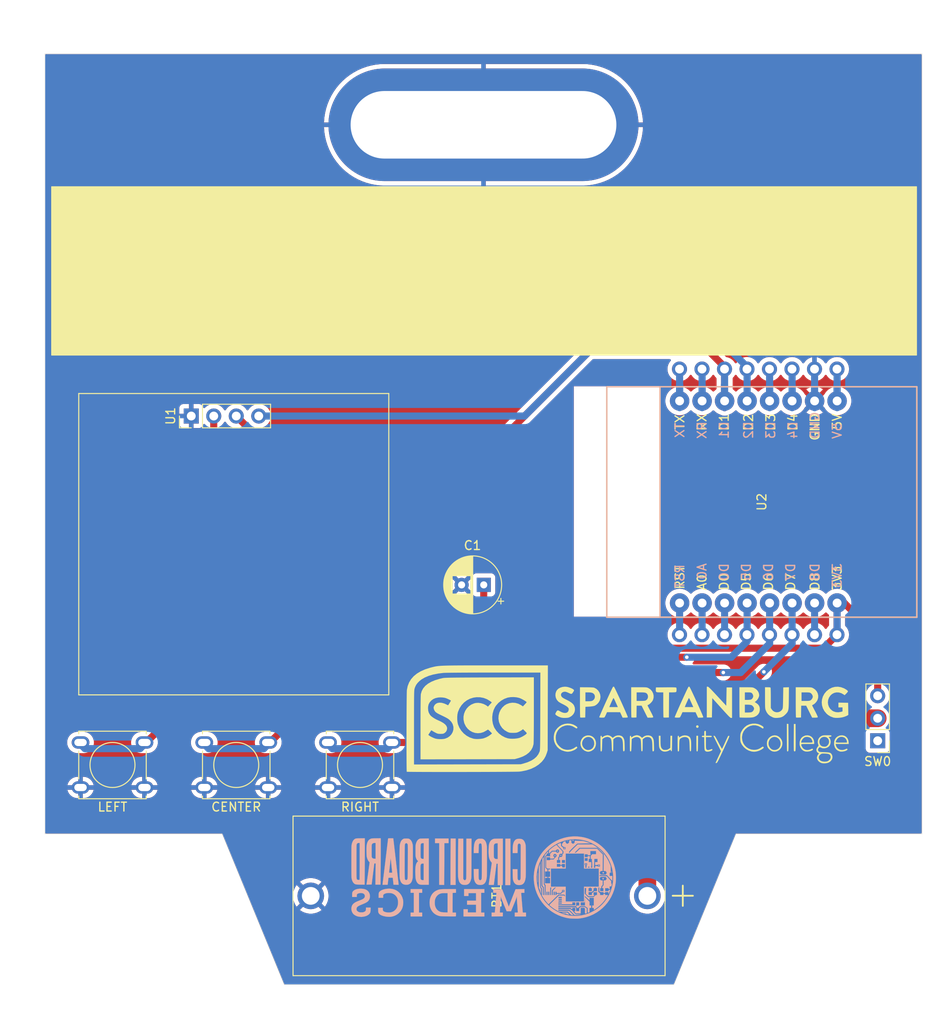
<source format=kicad_pcb>
(kicad_pcb (version 20221018) (generator pcbnew)
  (title_block (title "BSides Conference Badge") (date "2020-01-22") (rev "0.1") (company "Circuit Board Medics LLC") (comment 1 "Design by Patrick Frost and Jeremy Biller"))
  (layers (0 "F.Cu" signal) (31 "B.Cu" signal) (34 "B.Paste" user) (35 "F.Paste" user) (36 "B.SilkS" user "B.Silkscreen") (37 "F.SilkS" user "F.Silkscreen") (38 "B.Mask" user) (39 "F.Mask" user) (44 "Edge.Cuts" user))
  (net 0 "")
  (net 1 "GND")
  (net 2 "VCC")
  (net 3 "Net-(SW1-Pad1)")
  (net 4 "Net-(SW2-Pad1)")
  (net 5 "Net-(SW3-Pad1)")
  (net 6 "Net-(U1-Pad3)")
  (net 7 "Net-(U1-Pad4)")
  (net 8 "Net-(U2-Pad1)")
  (net 9 "Net-(U2-Pad4)")
  (net 10 "Net-(U2-Pad7)")
  (net 11 "Net-(U2-Pad8)")
  (net 12 "Net-(U2-Pad15)")
  (net 13 "Net-(U2-Pad11)")
  (net 14 "Net-(U2-Pad10)")
  (net 15 "Net-(U2-Pad9)")
  (net 16 "Net-(BT1-Pad1)")
  (net 17 "Net-(SW0-Pad1)")
  (net 18 "Net-(U2-Pad3)")
  (footprint "foot:SW_Tactile_Straight_KSA0Axx1LFTR" (layer "F.Cu") (at 43.75 89.69)
    (fp_text reference "SW1" hide)
    (fp_text value "RIGHT" (at 3.81 7.28) (layer "F.SilkS"))
    (pad "1" thru_hole oval (at 0.2 0) (size 2 1.397) (drill oval 1.4 0.8128) (layers "*.Cu" "*.Mask") (net 3 "Net-(SW1-Pad1)"))
    (pad "1" thru_hole oval (at 7.42 0) (size 2 1.397) (drill oval 1.4 0.8128) (layers "*.Cu" "*.Mask") (net 3 "Net-(SW1-Pad1)"))
    (pad "2" thru_hole oval (at 0.2 5.08) (size 2 1.397) (drill oval 1.4 0.8128) (layers "*.Cu" "*.Mask") (net 1 "GND"))
    (pad "2" thru_hole oval (at 7.42 5.08) (size 2 1.397) (drill oval 1.4 0.8128) (layers "*.Cu" "*.Mask") (net 1 "GND"))
  )
  (footprint "foot:SW_Tactile_Straight_KSA0Axx1LFTR" (layer "F.Cu") (at 15.81 89.69)
    (fp_text reference "SW3" hide)
    (fp_text value "LEFT" (at 3.81 7.28) (layer "F.SilkS"))
    (pad "1" thru_hole oval (at 0.2 0) (size 2 1.397) (drill oval 1.4 0.8128) (layers "*.Cu" "*.Mask") (net 5 "Net-(SW3-Pad1)"))
    (pad "1" thru_hole oval (at 7.42 0) (size 2 1.397) (drill oval 1.4 0.8128) (layers "*.Cu" "*.Mask") (net 5 "Net-(SW3-Pad1)"))
    (pad "2" thru_hole oval (at 0.2 5.08) (size 2 1.397) (drill oval 1.4 0.8128) (layers "*.Cu" "*.Mask") (net 1 "GND"))
    (pad "2" thru_hole oval (at 7.42 5.08) (size 2 1.397) (drill oval 1.4 0.8128) (layers "*.Cu" "*.Mask") (net 1 "GND"))
  )
  (footprint "MountingHole:MountingHole_5mm_Pad" (layer "F.Cu") (at 61.5 20)
    (fp_text reference "REF**" hide)
    (fp_text value "MountingHole_5mm_Pad" hide)
    (pad "1" thru_hole oval (at 0 0) (size 35 12.7) (drill oval 30 7.62) (layers "*.Cu" "*.Mask") (net 1 "GND"))
  )
  (footprint "foot:SW_Tactile_Straight_KSA0Axx1LFTR" (layer "F.Cu") (at 29.78 89.69)
    (fp_text reference "SW2" hide)
    (fp_text value "CENTER" (at 3.81 7.28) (layer "F.SilkS"))
    (pad "1" thru_hole oval (at 0.2 0) (size 2 1.397) (drill oval 1.4 0.8128) (layers "*.Cu" "*.Mask") (net 4 "Net-(SW2-Pad1)"))
    (pad "1" thru_hole oval (at 7.42 0) (size 2 1.397) (drill oval 1.4 0.8128) (layers "*.Cu" "*.Mask") (net 4 "Net-(SW2-Pad1)"))
    (pad "2" thru_hole oval (at 0.2 5.08) (size 2 1.397) (drill oval 1.4 0.8128) (layers "*.Cu" "*.Mask") (net 1 "GND"))
    (pad "2" thru_hole oval (at 7.42 5.08) (size 2 1.397) (drill oval 1.4 0.8128) (layers "*.Cu" "*.Mask") (net 1 "GND"))
  )
  (footprint "foot:WeMosD1Mini" (layer "F.Cu") (at 75.42 49.558 -90)
    (fp_text reference "U2" (at 13 -17.5 90) (layer "F.SilkS"))
    (fp_text value "WeMosD1Mini")
    (fp_text user "TX" (at 4.897619 -8.25 -270) (layer "B.SilkS") (effects (justify mirror)))
    (fp_text user "D5" (at 20.9 -15.75 -270) (layer "B.SilkS") (effects (justify mirror)))
    (fp_text user "GND" (at 4.35 -23.5 -270) (layer "B.SilkS") (effects (justify mirror)))
    (fp_text user "D8" (at 20.9 -23.5 -270) (layer "B.SilkS") (effects (justify mirror)))
    (fp_text user "D4" (at 4.897619 -21 -270) (layer "B.SilkS") (effects (justify mirror)))
    (fp_text user "A0" (at 20.828571 -10.75 -270) (layer "B.SilkS") (effects (justify mirror)))
    (fp_text user "5V" (at 4.969047 -26 -270) (layer "B.SilkS") (effects (justify mirror)))
    (fp_text user "D0" (at 20.9 -13.25 -270) (layer "B.SilkS") (effects (justify mirror)))
    (fp_text user "D1" (at 4.897619 -13.25 -270) (layer "B.SilkS") (effects (justify mirror)))
    (fp_text user "D6" (at 20.9 -18.25 -270) (layer "B.SilkS") (effects (justify mirror)))
    (fp_text user "D2" (at 4.897619 -16 -270) (layer "B.SilkS") (effects (justify mirror)))
    (fp_text user "RST" (at 21.4 -8.25 -270) (layer "B.SilkS") (effects (justify mirror)))
    (fp_text user "D7" (at 20.9 -20.75 -270) (layer "B.SilkS") (effects (justify mirror)))
    (fp_text user "D3" (at 4.897619 -18.5 -270) (layer "B.SilkS") (effects (justify mirror)))
    (fp_text user "3V3" (at 21.304762 -26 -270) (layer "B.SilkS") (effects (justify mirror)))
    (fp_text user "RX" (at 4.897619 -10.75 -270) (layer "B.SilkS") (effects (justify mirror)))
    (fp_text user "A0" (at 22.071429 -10.75 90) (layer "F.SilkS"))
    (fp_text user "D4" (at 4 -21 90) (layer "F.SilkS"))
    (fp_text user "D7" (at 22 -20.75 90) (layer "F.SilkS"))
    (fp_text user "D5" (at 22 -15.75 90) (layer "F.SilkS"))
    (fp_text user "3V3" (at 21.595238 -26 90) (layer "F.SilkS"))
    (fp_text user "D8" (at 22 -23.5 90) (layer "F.SilkS"))
    (fp_text user "RST" (at 21.5 -8.25 90) (layer "F.SilkS"))
    (fp_text user "TX" (at 4 -8.25 90) (layer "F.SilkS"))
    (fp_text user "D3" (at 4 -18.5 90) (layer "F.SilkS"))
    (fp_text user "D2" (at 4 -16 90) (layer "F.SilkS"))
    (fp_text user "D1" (at 4 -13.25 90) (layer "F.SilkS"))
    (fp_text user "RX" (at 4 -10.75 90) (layer "F.SilkS"))
    (fp_text user "D0" (at 22 -13.25 90) (layer "F.SilkS"))
    (fp_text user "GND" (at 4.547619 -23.5 90) (layer "F.SilkS"))
    (fp_text user "D6" (at 22 -18.25 90) (layer "F.SilkS"))
    (fp_text user "5V" (at 3.928572 -26 90) (layer "F.SilkS"))
    (pad "1" thru_hole circle (at 1.6 -26 270) (size 2.2 2.2) (drill 1) (layers "*.Cu" "*.Mask") (net 8 "Net-(U2-Pad1)"))
    (pad "2" thru_hole circle (at 1.6 -23.46 270) (size 2.2 2.2) (drill 1) (layers "*.Cu" "*.Mask") (net 1 "GND"))
    (pad "3" thru_hole circle (at 1.6 -20.92 270) (size 2.2 2.2) (drill 1) (layers "*.Cu" "*.Mask") (net 18 "Net-(U2-Pad3)"))
    (pad "4" thru_hole circle (at 1.6 -18.38 270) (size 2.2 2.2) (drill 1) (layers "*.Cu" "*.Mask") (net 9 "Net-(U2-Pad4)"))
    (pad "5" thru_hole circle (at 1.6 -15.84 270) (size 2.2 2.2) (drill 1) (layers "*.Cu" "*.Mask") (net 7 "Net-(U1-Pad4)"))
    (pad "6" thru_hole circle (at 1.6 -13.3 270) (size 2.2 2.2) (drill 1) (layers "*.Cu" "*.Mask") (net 6 "Net-(U1-Pad3)"))
    (pad "7" thru_hole circle (at 1.6 -10.76 270) (size 2.2 2.2) (drill 1) (layers "*.Cu" "*.Mask") (net 10 "Net-(U2-Pad7)"))
    (pad "8" thru_hole circle (at 1.6 -8.22 270) (size 2.2 2.2) (drill 1) (layers "*.Cu" "*.Mask") (net 11 "Net-(U2-Pad8)"))
    (pad "9" thru_hole circle (at 24.4 -8.22 270) (size 2.2 2.2) (drill 1) (layers "*.Cu" "*.Mask") (net 15 "Net-(U2-Pad9)"))
    (pad "10" thru_hole circle (at 24.4 -10.76 270) (size 2.2 2.2) (drill 1) (layers "*.Cu" "*.Mask") (net 14 "Net-(U2-Pad10)"))
    (pad "11" thru_hole circle (at 24.4 -13.3 270) (size 2.2 2.2) (drill 1) (layers "*.Cu" "*.Mask") (net 13 "Net-(U2-Pad11)"))
    (pad "12" thru_hole circle (at 24.4 -15.84 270) (size 2.2 2.2) (drill 1) (layers "*.Cu" "*.Mask") (net 5 "Net-(SW3-Pad1)"))
    (pad "13" thru_hole circle (at 24.4 -18.38 270) (size 2.2 2.2) (drill 1) (layers "*.Cu" "*.Mask") (net 4 "Net-(SW2-Pad1)"))
    (pad "14" thru_hole circle (at 24.4 -20.92 270) (size 2.2 2.2) (drill 1) (layers "*.Cu" "*.Mask") (net 3 "Net-(SW1-Pad1)"))
    (pad "15" thru_hole circle (at 24.4 -23.46 270) (size 2.2 2.2) (drill 1) (layers "*.Cu" "*.Mask") (net 12 "Net-(U2-Pad15)"))
    (pad "16" thru_hole circle (at 24.4 -26 270) (size 2.2 2.2) (drill 1) (layers "*.Cu" "*.Mask") (net 2 "VCC"))
  )
  (footprint "Connector_PinHeader_2.54mm:PinHeader_1x04_P2.54mm_Vertical" (layer "F.Cu") (at 28.51 52.86 90)
    (fp_text reference "U1" (at 0 -2.33 90) (layer "F.SilkS"))
    (fp_text value "OLED")
    (pad "1" thru_hole rect (at 0 0 90) (size 1.7 1.7) (drill 1) (layers "*.Cu" "*.Mask") (net 1 "GND"))
    (pad "2" thru_hole oval (at 0 2.54 90) (size 1.7 1.7) (drill 1) (layers "*.Cu" "*.Mask") (net 2 "VCC"))
    (pad "3" thru_hole oval (at 0 5.08 90) (size 1.7 1.7) (drill 1) (layers "*.Cu" "*.Mask") (net 6 "Net-(U1-Pad3)"))
    (pad "4" thru_hole oval (at 0 7.62 90) (size 1.7 1.7) (drill 1) (layers "*.Cu" "*.Mask") (net 7 "Net-(U1-Pad4)"))
  )
  (footprint "Connector_PinHeader_2.54mm:PinHeader_1x03_P2.54mm_Vertical" (layer "F.Cu") (at 106 89.5 180)
    (fp_text reference "SW0" (at 0 -2.33) (layer "F.SilkS"))
    (fp_text value "SW_SPDT")
    (pad "1" thru_hole rect (at 0 0 180) (size 1.7 1.7) (drill 1) (layers "*.Cu" "*.Mask") (net 17 "Net-(SW0-Pad1)"))
    (pad "2" thru_hole oval (at 0 2.54 180) (size 1.7 1.7) (drill 1) (layers "*.Cu" "*.Mask") (net 16 "Net-(BT1-Pad1)"))
    (pad "3" thru_hole oval (at 0 5.08 180) (size 1.7 1.7) (drill 1) (layers "*.Cu" "*.Mask") (net 2 "VCC"))
  )
  (footprint "foot:CR123A" (layer "F.Cu") (at 61 107 -90)
    (fp_text reference "BT1" (at 0 -2 90) (layer "F.SilkS"))
    (fp_text value "Battery_Cell")
    (pad "1" thru_hole circle (at 0 -19 270) (size 3 3) (drill 2) (layers "*.Cu" "*.Mask") (net 16 "Net-(BT1-Pad1)"))
    (pad "2" thru_hole circle (at 0 19 270) (size 3 3) (drill 2) (layers "*.Cu" "*.Mask") (net 1 "GND"))
  )
  (footprint "Capacitor_THT:CP_Radial_D6.3mm_P2.50mm" (layer "F.Cu") (at 61.53 71.91 180)
    (fp_text reference "C1" (at 1.27 4.445) (layer "F.SilkS"))
    (fp_text value "CP_Radial_D6.3mm_P2.50mm")
    (pad "1" thru_hole rect (at 0 0 180) (size 1.6 1.6) (drill 0.8) (layers "*.Cu" "*.Mask") (net 2 "VCC"))
    (pad "2" thru_hole circle (at 2.5 0 180) (size 1.6 1.6) (drill 0.8) (layers "*.Cu" "*.Mask") (net 1 "GND"))
  )
  (footprint "Connector_PinHeader_2.54mm:PinHeader_1x08_P2.54mm_Vertical" (layer "F.Cu") (at 83.628 47.56 90)
    (fp_text reference "REF**" hide)
    (fp_text value "PinHeader_1x08_P2.54mm_Vertical")
    (pad "1" thru_hole circle (at 0 0 90) (size 1.7 1.7) (drill 1) (layers "*.Cu" "*.Mask") (net 11 "Net-(U2-Pad8)"))
    (pad "2" thru_hole oval (at 0 2.54 90) (size 1.7 1.7) (drill 1) (layers "*.Cu" "*.Mask") (net 10 "Net-(U2-Pad7)"))
    (pad "3" thru_hole oval (at 0 5.08 90) (size 1.7 1.7) (drill 1) (layers "*.Cu" "*.Mask") (net 6 "Net-(U1-Pad3)"))
    (pad "4" thru_hole oval (at 0 7.62 90) (size 1.7 1.7) (drill 1) (layers "*.Cu" "*.Mask") (net 7 "Net-(U1-Pad4)"))
    (pad "5" thru_hole oval (at 0 10.16 90) (size 1.7 1.7) (drill 1) (layers "*.Cu" "*.Mask") (net 9 "Net-(U2-Pad4)"))
    (pad "6" thru_hole oval (at 0 12.7 90) (size 1.7 1.7) (drill 1) (layers "*.Cu" "*.Mask") (net 18 "Net-(U2-Pad3)"))
    (pad "7" thru_hole oval (at 0 15.24 90) (size 1.7 1.7) (drill 1) (layers "*.Cu" "*.Mask") (net 1 "GND"))
    (pad "8" thru_hole oval (at 0 17.78 90) (size 1.7 1.7) (drill 1) (layers "*.Cu" "*.Mask") (net 8 "Net-(U2-Pad1)"))
  )
  (footprint "Connector_PinHeader_2.54mm:PinHeader_1x08_P2.54mm_Vertical" (layer "F.Cu") (at 83.628 77.532 90)
    (fp_text reference "REF**" hide)
    (fp_text value "PinHeader_1x08_P2.54mm_Vertical")
    (pad "1" thru_hole circle (at 0 0 90) (size 1.7 1.7) (drill 1) (layers "*.Cu" "*.Mask") (net 15 "Net-(U2-Pad9)"))
    (pad "2" thru_hole oval (at 0 2.54 90) (size 1.7 1.7) (drill 1) (layers "*.Cu" "*.Mask") (net 14 "Net-(U2-Pad10)"))
    (pad "3" thru_hole oval (at 0 5.08 90) (size 1.7 1.7) (drill 1) (layers "*.Cu" "*.Mask") (net 13 "Net-(U2-Pad11)"))
    (pad "4" thru_hole oval (at 0 7.62 90) (size 1.7 1.7) (drill 1) (layers "*.Cu" "*.Mask") (net 5 "Net-(SW3-Pad1)"))
    (pad "5" thru_hole oval (at 0 10.16 90) (size 1.7 1.7) (drill 1) (layers "*.Cu" "*.Mask") (net 4 "Net-(SW2-Pad1)"))
    (pad "6" thru_hole oval (at 0 12.7 90) (size 1.7 1.7) (drill 1) (layers "*.Cu" "*.Mask") (net 3 "Net-(SW1-Pad1)"))
    (pad "7" thru_hole oval (at 0 15.24 90) (size 1.7 1.7) (drill 1) (layers "*.Cu" "*.Mask") (net 12 "Net-(U2-Pad15)"))
    (pad "8" thru_hole oval (at 0 17.78 90) (size 1.7 1.7) (drill 1) (layers "*.Cu" "*.Mask") (net 2 "VCC"))
  )
  (footprint "LOGO" (layer "F.Cu") (at 77.7098 86.93)
    (fp_text reference "G***" hide)
    (fp_text value "LOGO" hide)
  )
  (footprint "foot:CBM-logo-text" (layer "B.Cu") (at 61.53 104.93 180)
    (fp_text reference "G***" hide)
    (fp_text value "LOGO" hide)
  )
  (gr_line (start 15.81 50.32) (end 15.81 84.32) (stroke (width 0.12)) (layer "F.SilkS"))
  (gr_line (start 15.81 84.32) (end 50.81 84.32) (stroke (width 0.12)) (layer "F.SilkS"))
  (gr_line (start 50.81 50.32) (end 50.81 84.32) (stroke (width 0.12)) (layer "F.SilkS"))
  (gr_poly (pts (xy 110.385 45.986) (xy 12.75 45.986) (xy 12.75 26.986) (xy 110.385 26.986)) (stroke (width 0.1)) (fill solid) (layer "F.SilkS"))
  (gr_line (start 15.81 50.32) (end 50.81 50.32) (stroke (width 0.12)) (layer "F.SilkS"))
  (gr_line (start 111 12) (end 12 12) (stroke (width 0.05)) (layer "Edge.Cuts"))
  (gr_line (start 32 100) (end 12 100) (stroke (width 0.05)) (layer "Edge.Cuts"))
  (gr_line (start 111 100) (end 90 100) (stroke (width 0.05)) (layer "Edge.Cuts"))
  (gr_line (start 83 117) (end 39 117) (stroke (width 0.05)) (layer "Edge.Cuts"))
  (gr_line (start 12 12) (end 12 100) (stroke (width 0.05)) (layer "Edge.Cuts"))
  (gr_line (start 39 117) (end 32 100) (stroke (width 0.05)) (layer "Edge.Cuts"))
  (gr_line (start 111 100) (end 111 12) (stroke (width 0.05)) (layer "Edge.Cuts"))
  (gr_line (start 83 117) (end 90 100) (stroke (width 0.05)) (layer "Edge.Cuts"))
  (gr_text "+" (at 84 106.75) (layer "F.SilkS") (effects (font (size 3 3) (thickness 0.2))))
  (segment (start 98.88 47.572) (end 98.868 47.56) (width 0.8) (layer "B.Cu") (net 1))
  (segment (start 98.88 51.92) (end 98.88 49.35) (width 0.8) (layer "B.Cu") (net 1))
  (segment (start 98.88 51.158) (end 98.88 47.572) (width 0.8) (layer "B.Cu") (net 1))
  (segment (start 98.88 49.35) (end 98.868 49.338) (width 0.8) (layer "B.Cu") (net 1))
  (segment (start 102.2282 73.958) (end 106 77.7298) (width 0.8) (layer "F.Cu") (net 2))
  (segment (start 101.42 77.52) (end 101.42 73.958) (width 0.8) (layer "F.Cu") (net 2))
  (segment (start 31.05 57.05) (end 31.05 52.86) (width 0.8) (layer "F.Cu") (net 2))
  (segment (start 52 78) (end 31.05 57.05) (width 0.8) (layer "F.Cu") (net 2))
  (segment (start 61.53 71.91) (end 61.53 77.74) (width 0.8) (layer "F.Cu") (net 2))
  (segment (start 61.79 78) (end 52 78) (width 0.8) (layer "F.Cu") (net 2))
  (segment (start 61.79 78) (end 62.846 79.056) (width 0.8) (layer "F.Cu") (net 2))
  (segment (start 106 77.7298) (end 106 84.42) (width 0.8) (layer "F.Cu") (net 2))
  (segment (start 99.884 79.056) (end 101.42 77.52) (width 0.8) (layer "F.Cu") (net 2))
  (segment (start 62.846 79.056) (end 99.884 79.056) (width 0.8) (layer "F.Cu") (net 2))
  (segment (start 101.42 73.958) (end 102.2282 73.958) (width 0.8) (layer "F.Cu") (net 2))
  (segment (start 61.53 77.74) (end 61.79 78) (width 0.8) (layer "F.Cu") (net 2))
  (segment (start 101.42 74.72) (end 101.42 77.52) (width 0.8) (layer "B.Cu") (net 2))
  (segment (start 101.42 77.52) (end 101.408 77.532) (width 0.8) (layer "B.Cu") (net 2))
  (segment (start 93.153 81.723) (end 85.186 89.69) (width 0.8) (layer "F.Cu") (net 3))
  (segment (start 85.186 89.69) (end 51.37 89.69) (width 0.8) (layer "F.Cu") (net 3))
  (via (at 93.153 81.723) (size 0.8) (drill 0.4) (layers "F.Cu" "B.Cu") (net 3))
  (segment (start 96.34 78.536) (end 96.34 74.72) (width 0.8) (layer "B.Cu") (net 3))
  (segment (start 44.448499 90.388499) (end 50.671501 90.388499) (width 0.8) (layer "B.Cu") (net 3))
  (segment (start 93.153 81.723) (end 96.34 78.536) (width 0.8) (layer "B.Cu") (net 3))
  (segment (start 43.75 89.69) (end 44.448499 90.388499) (width 0.8) (layer "B.Cu") (net 3))
  (segment (start 50.671501 90.388499) (end 51.37 89.69) (width 0.8) (layer "B.Cu") (net 3))
  (segment (start 45.2905 81.7995) (end 88.573716 81.7995) (width 0.8) (layer "F.Cu") (net 4))
  (segment (start 37.4 89.69) (end 45.2905 81.7995) (width 0.8) (layer "F.Cu") (net 4))
  (via (at 88.573716 81.7995) (size 0.8) (drill 0.4) (layers "F.Cu" "B.Cu") (net 4))
  (segment (start 93.8 74.72) (end 93.8 78.536) (width 0.8) (layer "B.Cu") (net 4))
  (segment (start 30.478499 90.388499) (end 36.701501 90.388499) (width 0.8) (layer "B.Cu") (net 4))
  (segment (start 29.78 89.69) (end 30.478499 90.388499) (width 0.8) (layer "B.Cu") (net 4))
  (segment (start 90.5365 81.7995) (end 88.573716 81.7995) (width 0.8) (layer "B.Cu") (net 4))
  (segment (start 36.701501 90.388499) (end 37.4 89.69) (width 0.8) (layer "B.Cu") (net 4))
  (segment (start 93.8 78.536) (end 90.5365 81.7995) (width 0.8) (layer "B.Cu") (net 4))
  (segment (start 84.452002 80.072) (end 33.048 80.072) (width 0.8) (layer "F.Cu") (net 5))
  (segment (start 33.048 80.072) (end 23.43 89.69) (width 0.8) (layer "F.Cu") (net 5))
  (via (at 84.452002 80.072) (size 0.8) (drill 0.4) (layers "F.Cu" "B.Cu") (net 5))
  (segment (start 15.81 89.69) (end 16.508499 90.388499) (width 0.8) (layer "B.Cu") (net 5))
  (segment (start 84.452002 80.072) (end 89.47 80.072) (width 0.8) (layer "B.Cu") (net 5))
  (segment (start 16.508499 90.388499) (end 22.731501 90.388499) (width 0.8) (layer "B.Cu") (net 5))
  (segment (start 89.47 80.072) (end 91.26 78.282) (width 0.8) (layer "B.Cu") (net 5))
  (segment (start 91.26 78.282) (end 91.26 74.72) (width 0.8) (layer "B.Cu") (net 5))
  (segment (start 22.731501 90.388499) (end 23.43 89.69) (width 0.8) (layer "B.Cu") (net 5))
  (segment (start 86.93 45.528) (end 88.72 47.318) (width 0.8) (layer "F.Cu") (net 6))
  (segment (start 88.72 47.318) (end 88.72 51.92) (width 0.8) (layer "F.Cu") (net 6))
  (segment (start 37.73 57) (end 62 57) (width 0.8) (layer "F.Cu") (net 6))
  (segment (start 62 57) (end 73.472 45.528) (width 0.8) (layer "F.Cu") (net 6))
  (segment (start 33.59 52.86) (end 37.73 57) (width 0.8) (layer "F.Cu") (net 6))
  (segment (start 73.472 45.528) (end 86.93 45.528) (width 0.8) (layer "F.Cu") (net 6))
  (segment (start 88.72 49.35) (end 88.708 49.338) (width 0.8) (layer "B.Cu") (net 6))
  (segment (start 88.72 51.158) (end 88.72 47.572) (width 0.8) (layer "B.Cu") (net 6))
  (segment (start 88.72 47.572) (end 88.708 47.56) (width 0.8) (layer "B.Cu") (net 6))
  (segment (start 88.72 51.92) (end 88.72 49.35) (width 0.8) (layer "B.Cu") (net 6))
  (segment (start 73.472 45.528) (end 89.47 45.528) (width 0.8) (layer "B.Cu") (net 7))
  (segment (start 89.47 45.528) (end 91.26 47.318) (width 0.8) (layer "B.Cu") (net 7))
  (segment (start 91.26 47.318) (end 91.26 51.92) (width 0.8) (layer "B.Cu") (net 7))
  (segment (start 66.14 52.86) (end 73.472 45.528) (width 0.8) (layer "B.Cu") (net 7))
  (segment (start 36.13 52.86) (end 66.14 52.86) (width 0.8) (layer "B.Cu") (net 7))
  (segment (start 101.42 47.572) (end 101.408 47.56) (width 0.8) (layer "B.Cu") (net 8))
  (segment (start 101.42 51.92) (end 101.42 49.35) (width 0.8) (layer "B.Cu") (net 8))
  (segment (start 101.42 51.158) (end 101.42 47.572) (width 0.8) (layer "B.Cu") (net 8))
  (segment (start 101.42 49.35) (end 101.408 49.338) (width 0.8) (layer "B.Cu") (net 8))
  (segment (start 93.8 49.35) (end 93.788 49.338) (width 0.8) (layer "B.Cu") (net 9))
  (segment (start 93.8 51.158) (end 93.8 47.572) (width 0.8) (layer "B.Cu") (net 9))
  (segment (start 93.8 51.92) (end 93.8 49.35) (width 0.8) (layer "B.Cu") (net 9))
  (segment (start 93.8 47.572) (end 93.788 47.56) (width 0.8) (layer "B.Cu") (net 9))
  (segment (start 86.18 47.572) (end 86.168 47.56) (width 0.8) (layer "B.Cu") (net 10))
  (segment (start 86.18 51.92) (end 86.18 49.35) (width 0.8) (layer "B.Cu") (net 10))
  (segment (start 86.18 51.158) (end 86.18 47.572) (width 0.8) (layer "B.Cu") (net 10))
  (segment (start 86.18 49.35) (end 86.168 49.338) (width 0.8) (layer "B.Cu") (net 10))
  (segment (start 83.64 51.92) (end 83.64 49.35) (width 0.8) (layer "B.Cu") (net 11))
  (segment (start 83.64 49.35) (end 83.628 49.338) (width 0.8) (layer "B.Cu") (net 11))
  (segment (start 83.64 51.158) (end 83.64 47.572) (width 0.8) (layer "B.Cu") (net 11))
  (segment (start 83.64 47.572) (end 83.628 47.56) (width 0.8) (layer "B.Cu") (net 11))
  (segment (start 98.88 74.72) (end 98.88 77.52) (width 0.8) (layer "B.Cu") (net 12))
  (segment (start 98.88 77.52) (end 98.868 77.532) (width 0.8) (layer "B.Cu") (net 12))
  (segment (start 88.72 77.52) (end 88.708 77.532) (width 0.8) (layer "B.Cu") (net 13))
  (segment (start 88.72 74.72) (end 88.72 77.52) (width 0.8) (layer "B.Cu") (net 13))
  (segment (start 86.18 74.72) (end 86.18 77.52) (width 0.8) (layer "B.Cu") (net 14))
  (segment (start 86.18 77.52) (end 86.168 77.532) (width 0.8) (layer "B.Cu") (net 14))
  (segment (start 83.64 74.72) (end 83.64 77.52) (width 0.8) (layer "B.Cu") (net 15))
  (segment (start 83.64 77.52) (end 83.628 77.532) (width 0.8) (layer "B.Cu") (net 15))
  (segment (start 80 101.7) (end 94.74 86.96) (width 2) (layer "F.Cu") (net 16))
  (segment (start 94.74 86.96) (end 106 86.96) (width 2) (layer "F.Cu") (net 16))
  (segment (start 80 107) (end 80 101.7) (width 2) (layer "F.Cu") (net 16))
  (segment (start 96.34 49.35) (end 96.328 49.338) (width 0.8) (layer "B.Cu") (net 18))
  (segment (start 96.34 51.158) (end 96.34 47.572) (width 0.8) (layer "B.Cu") (net 18))
  (segment (start 96.34 47.572) (end 96.328 47.56) (width 0.8) (layer "B.Cu") (net 18))
  (segment (start 96.34 51.92) (end 96.34 49.35) (width 0.8) (layer "B.Cu") (net 18))
  (zone (net 1) (net_name "GND") (layer "F.Cu") (connect_pads (clearance 0.508)) (min_thickness 0.254) (fill yes (thermal_gap 0.508) (thermal_bridge_width 0.508))
    (polygon (pts (xy 113.6 121.44) (xy 6.92 121.44) (xy 6.92 5.92) (xy 113.6 5.92)))
  )
  (zone (net 0) (net_name "") (layers "F&B.Cu") (connect_pads (clearance 0)) (min_thickness 0.254)
    (keepout (tracks not_allowed) (vias not_allowed) (pads allowed) (copperpour not_allowed) (footprints allowed))
    (fill (thermal_gap 0.508) (thermal_bridge_width 0.508))
    (polygon (pts (xy 81.5 75.5) (xy 71.69 75.5) (xy 71.69 49.5) (xy 81.5 49.5)))
  )
  (zone (net 1) (net_name "GND") (layer "B.Cu") (connect_pads (clearance 0.508)) (min_thickness 0.254) (fill yes (thermal_gap 0.508) (thermal_bridge_width 0.508))
    (polygon (pts (xy 113.6 121.44) (xy 6.92 121.44) (xy 6.92 5.92) (xy 113.6 5.92)))
  )
  (zone (net 0) (net_name "") (layer "B.Cu") (connect_pads (clearance 0)) (min_thickness 0.254)
    (keepout (tracks allowed) (vias allowed) (pads allowed) (copperpour not_allowed) (footprints allowed))
    (fill (thermal_gap 0.508) (thermal_bridge_width 0.508))
    (polygon (pts (xy 96.836 47.56) (xy 100.646 47.56) (xy 100.646 50.608) (xy 96.836 50.608)))
  )
)
</source>
